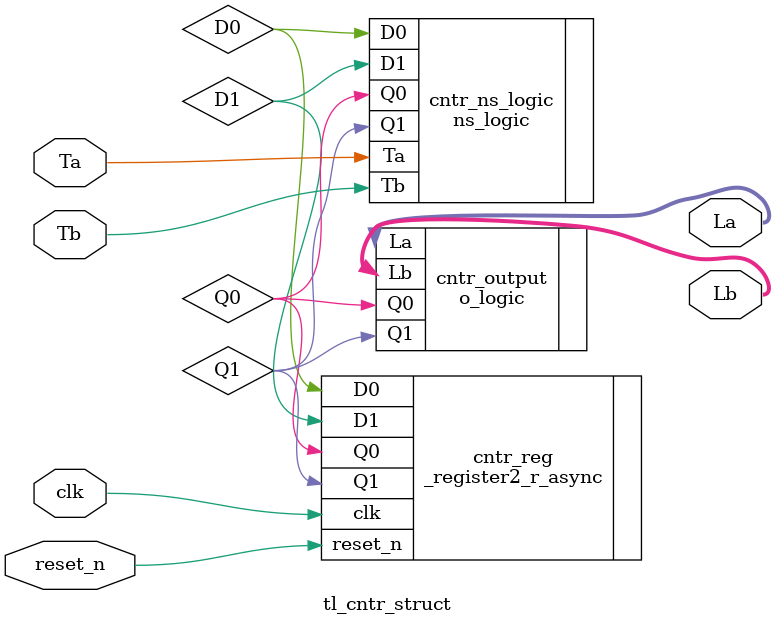
<source format=v>
module tl_cntr_struct (clk, reset_n, Ta, Tb, La, Lb); // module name is tl_cntr_struct
	input clk, reset_n, Ta, Tb;// 1bit input signals
	output [1:0] La, Lb;// 2ibt output signals
	wire D1,D0,Q1,Q0;// 1bit wires
	//ns_logic, instance name is cntr_ns_logic
	
	ns_logic cntr_ns_logic (.Q1(Q1), .Q0(Q0), .Ta(Ta), .Tb(Tb), .D1(D1), .D0(D0));
	
	//_register2_r_async, instance name is  cntr_reg
	_register2_r_async cntr_reg(.D1(D1), .D0(D0), .clk(clk), .reset_n(reset_n), .Q1(Q1), .Q0(Q0));
	//o_logic, instance name is cntr_output
	o_logic cntr_output (.Q1(Q1), .Q0(Q0), .La(La), .Lb(Lb));
	
endmodule

</source>
